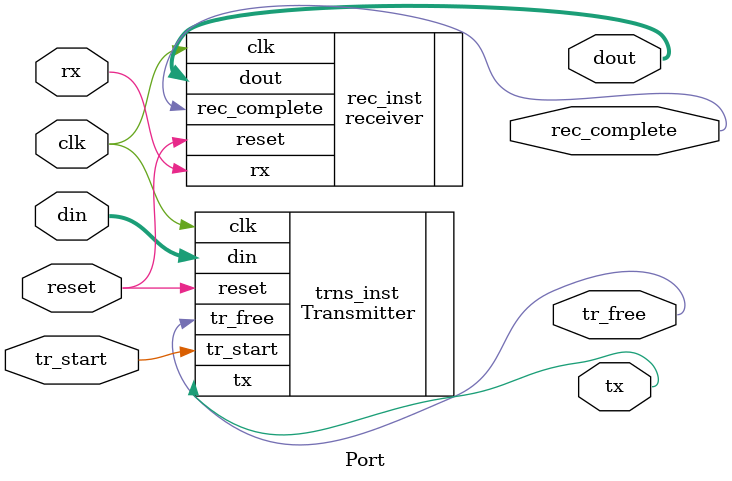
<source format=v>
`timescale 1ns / 1ps
module Port(clk, reset, tr_start, din, tr_free, tx, rec_complete, dout, rx
    );
	 
	parameter data_len = 8;
	
	input clk;
	input reset;
	input tr_start;
	input [data_len-1:0] din;
	input rx;
	
	output tr_free;
	output tx;
	output rec_complete;
	output [data_len-1:0] dout;
	
	Transmitter #(.data_len(data_len)) trns_inst (.clk(clk), .reset(reset), .din(din), .tr_start(tr_start), .tr_free(tr_free), .tx(tx));
	
	
	receiver #(.data_pack_len(data_len)) rec_inst (.clk(clk), .reset(reset), .rec_complete(rec_complete), .dout(dout), .rx(rx));


endmodule

</source>
